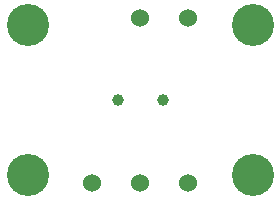
<source format=gbr>
%TF.GenerationSoftware,KiCad,Pcbnew,(5.1.7)-1*%
%TF.CreationDate,2021-02-21T14:58:14-08:00*%
%TF.ProjectId,swd-connection,7377642d-636f-46e6-9e65-6374696f6e2e,A*%
%TF.SameCoordinates,Original*%
%TF.FileFunction,Soldermask,Bot*%
%TF.FilePolarity,Negative*%
%FSLAX46Y46*%
G04 Gerber Fmt 4.6, Leading zero omitted, Abs format (unit mm)*
G04 Created by KiCad (PCBNEW (5.1.7)-1) date 2021-02-21 14:58:14*
%MOMM*%
%LPD*%
G01*
G04 APERTURE LIST*
%ADD10C,1.524000*%
%ADD11C,3.556000*%
%ADD12C,1.000000*%
G04 APERTURE END LIST*
D10*
%TO.C,J6*%
X38100000Y-73660000D03*
%TD*%
D11*
%TO.C,H3*%
X47625000Y-60325000D03*
%TD*%
D10*
%TO.C,J1*%
X42164000Y-73660000D03*
%TD*%
%TO.C,J3*%
X42164000Y-59690000D03*
%TD*%
%TO.C,J4*%
X38100000Y-59690000D03*
%TD*%
%TO.C,J5*%
X34036000Y-73660000D03*
%TD*%
D11*
%TO.C,H1*%
X28575000Y-73025000D03*
%TD*%
%TO.C,H4*%
X47625000Y-73025000D03*
%TD*%
%TO.C,H2*%
X28575000Y-60325000D03*
%TD*%
D12*
%TO.C,J1*%
X36195000Y-66675000D03*
X40005000Y-66675000D03*
%TD*%
M02*

</source>
